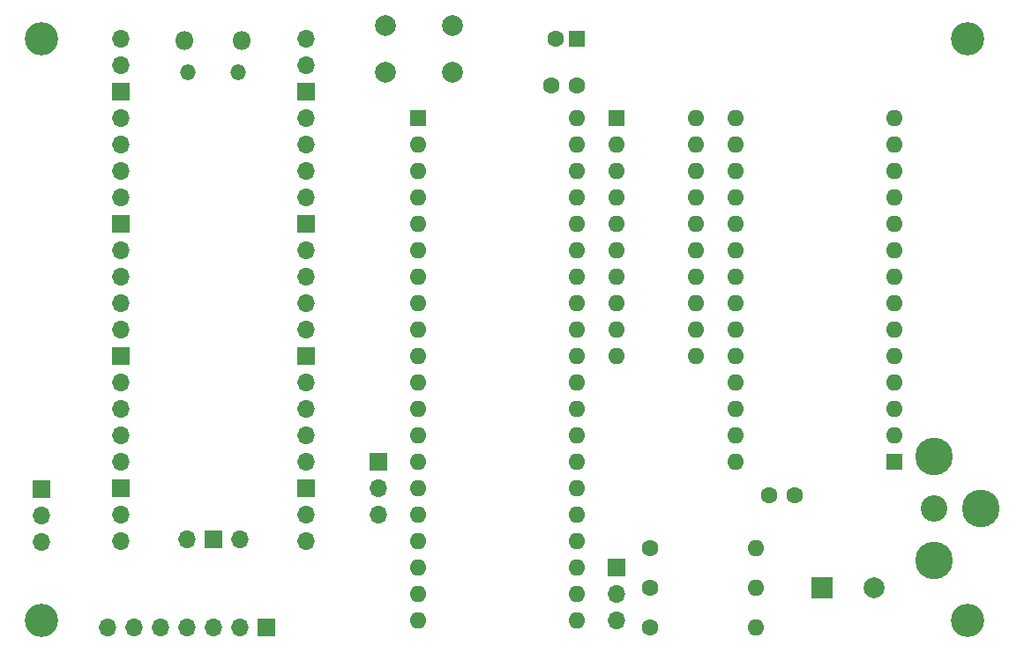
<source format=gbs>
G04 #@! TF.GenerationSoftware,KiCad,Pcbnew,8.0.2*
G04 #@! TF.CreationDate,2024-09-13T22:39:51+09:00*
G04 #@! TF.ProjectId,rp2c02-rp2040,72703263-3032-42d7-9270-323034302e6b,rev?*
G04 #@! TF.SameCoordinates,Original*
G04 #@! TF.FileFunction,Soldermask,Bot*
G04 #@! TF.FilePolarity,Negative*
%FSLAX46Y46*%
G04 Gerber Fmt 4.6, Leading zero omitted, Abs format (unit mm)*
G04 Created by KiCad (PCBNEW 8.0.2) date 2024-09-13 22:39:51*
%MOMM*%
%LPD*%
G01*
G04 APERTURE LIST*
%ADD10C,3.200000*%
%ADD11C,2.000000*%
%ADD12C,1.600000*%
%ADD13O,1.600000X1.600000*%
%ADD14C,2.550000*%
%ADD15C,3.616000*%
%ADD16R,1.600000X1.600000*%
%ADD17O,1.800000X1.800000*%
%ADD18O,1.500000X1.500000*%
%ADD19O,1.700000X1.700000*%
%ADD20R,1.700000X1.700000*%
%ADD21R,2.000000X2.000000*%
G04 APERTURE END LIST*
D10*
X68580000Y-113030000D03*
X157480000Y-57150000D03*
D11*
X108100000Y-60325000D03*
X101600000Y-60325000D03*
X108100000Y-55825000D03*
X101600000Y-55825000D03*
D12*
X127000000Y-109855000D03*
D13*
X137160000Y-109855000D03*
D10*
X157480000Y-113030000D03*
D14*
X154305000Y-102235000D03*
D15*
X158805000Y-102235000D03*
X154305000Y-107235000D03*
X154305000Y-97235000D03*
D16*
X120015000Y-57150000D03*
D12*
X118015000Y-57150000D03*
X127000000Y-113665000D03*
D13*
X137160000Y-113665000D03*
D17*
X82365000Y-57280000D03*
D18*
X82665000Y-60310000D03*
X87515000Y-60310000D03*
D17*
X87815000Y-57280000D03*
D19*
X76200000Y-57150000D03*
X76200000Y-59690000D03*
D20*
X76200000Y-62230000D03*
D19*
X76200000Y-64770000D03*
X76200000Y-67310000D03*
X76200000Y-69850000D03*
X76200000Y-72390000D03*
D20*
X76200000Y-74930000D03*
D19*
X76200000Y-77470000D03*
X76200000Y-80010000D03*
X76200000Y-82550000D03*
X76200000Y-85090000D03*
D20*
X76200000Y-87630000D03*
D19*
X76200000Y-90170000D03*
X76200000Y-92710000D03*
X76200000Y-95250000D03*
X76200000Y-97790000D03*
D20*
X76200000Y-100330000D03*
D19*
X76200000Y-102870000D03*
X76200000Y-105410000D03*
X93980000Y-105410000D03*
X93980000Y-102870000D03*
D20*
X93980000Y-100330000D03*
D19*
X93980000Y-97790000D03*
X93980000Y-95250000D03*
X93980000Y-92710000D03*
X93980000Y-90170000D03*
D20*
X93980000Y-87630000D03*
D19*
X93980000Y-85090000D03*
X93980000Y-82550000D03*
X93980000Y-80010000D03*
X93980000Y-77470000D03*
D20*
X93980000Y-74930000D03*
D19*
X93980000Y-72390000D03*
X93980000Y-69850000D03*
X93980000Y-67310000D03*
X93980000Y-64770000D03*
D20*
X93980000Y-62230000D03*
D19*
X93980000Y-59690000D03*
X93980000Y-57150000D03*
X82550000Y-105180000D03*
D20*
X85090000Y-105180000D03*
D19*
X87630000Y-105180000D03*
D12*
X127000000Y-106045000D03*
D13*
X137160000Y-106045000D03*
D21*
X143510000Y-109855000D03*
D11*
X148510000Y-109855000D03*
D12*
X138430000Y-100965000D03*
X140930000Y-100965000D03*
D20*
X68580000Y-100345000D03*
D19*
X68580000Y-102885000D03*
X68580000Y-105425000D03*
D12*
X120015000Y-61595000D03*
X117515000Y-61595000D03*
D20*
X100965000Y-97790000D03*
D19*
X100965000Y-100330000D03*
X100965000Y-102870000D03*
D16*
X150495000Y-97790000D03*
D13*
X150495000Y-95250000D03*
X150495000Y-92710000D03*
X150495000Y-90170000D03*
X150495000Y-87630000D03*
X150495000Y-85090000D03*
X150495000Y-82550000D03*
X150495000Y-80010000D03*
X150495000Y-77470000D03*
X150495000Y-74930000D03*
X150495000Y-72390000D03*
X150495000Y-69850000D03*
X150495000Y-67310000D03*
X150495000Y-64770000D03*
X135255000Y-64770000D03*
X135255000Y-67310000D03*
X135255000Y-69850000D03*
X135255000Y-72390000D03*
X135255000Y-74930000D03*
X135255000Y-77470000D03*
X135255000Y-80010000D03*
X135255000Y-82550000D03*
X135255000Y-85090000D03*
X135255000Y-87630000D03*
X135255000Y-90170000D03*
X135255000Y-92710000D03*
X135255000Y-95250000D03*
X135255000Y-97790000D03*
D16*
X123815000Y-64770000D03*
D13*
X123815000Y-67310000D03*
X123815000Y-69850000D03*
X123815000Y-72390000D03*
X123815000Y-74930000D03*
X123815000Y-77470000D03*
X123815000Y-80010000D03*
X123815000Y-82550000D03*
X123815000Y-85090000D03*
X123815000Y-87630000D03*
X131435000Y-87630000D03*
X131435000Y-85090000D03*
X131435000Y-82550000D03*
X131435000Y-80010000D03*
X131435000Y-77470000D03*
X131435000Y-74930000D03*
X131435000Y-72390000D03*
X131435000Y-69850000D03*
X131435000Y-67310000D03*
X131435000Y-64770000D03*
D20*
X123815000Y-107950000D03*
D19*
X123815000Y-110490000D03*
X123815000Y-113030000D03*
D20*
X90170000Y-113665000D03*
D19*
X87630000Y-113665000D03*
X85090000Y-113665000D03*
X82550000Y-113665000D03*
X80010000Y-113665000D03*
X77470000Y-113665000D03*
X74930000Y-113665000D03*
D16*
X104765000Y-64770000D03*
D13*
X104765000Y-67310000D03*
X104765000Y-69850000D03*
X104765000Y-72390000D03*
X104765000Y-74930000D03*
X104765000Y-77470000D03*
X104765000Y-80010000D03*
X104765000Y-82550000D03*
X104765000Y-85090000D03*
X104765000Y-87630000D03*
X104765000Y-90170000D03*
X104765000Y-92710000D03*
X104765000Y-95250000D03*
X104765000Y-97790000D03*
X104765000Y-100330000D03*
X104765000Y-102870000D03*
X104765000Y-105410000D03*
X104765000Y-107950000D03*
X104765000Y-110490000D03*
X104765000Y-113030000D03*
X120005000Y-113030000D03*
X120005000Y-110490000D03*
X120005000Y-107950000D03*
X120005000Y-105410000D03*
X120005000Y-102870000D03*
X120005000Y-100330000D03*
X120005000Y-97790000D03*
X120005000Y-95250000D03*
X120005000Y-92710000D03*
X120005000Y-90170000D03*
X120005000Y-87630000D03*
X120005000Y-85090000D03*
X120005000Y-82550000D03*
X120005000Y-80010000D03*
X120005000Y-77470000D03*
X120005000Y-74930000D03*
X120005000Y-72390000D03*
X120005000Y-69850000D03*
X120005000Y-67310000D03*
X120005000Y-64770000D03*
D10*
X68580000Y-57150000D03*
M02*

</source>
